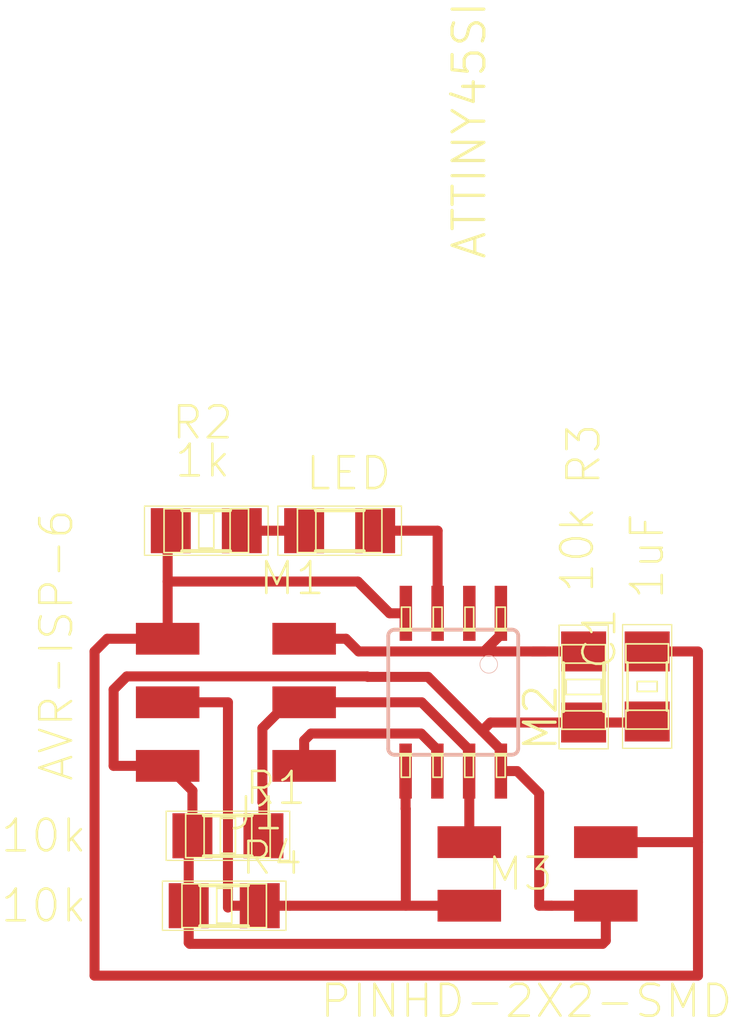
<source format=kicad_pcb>
(kicad_pcb (version 20171130) (host pcbnew 5.0.1)

  (general
    (thickness 1.6)
    (drawings 0)
    (tracks 81)
    (zones 0)
    (modules 9)
    (nets 10)
  )

  (page A4)
  (layers
    (0 F.Cu signal)
    (31 B.Cu signal)
    (32 B.Adhes user)
    (33 F.Adhes user)
    (34 B.Paste user)
    (35 F.Paste user)
    (36 B.SilkS user)
    (37 F.SilkS user)
    (38 B.Mask user)
    (39 F.Mask user)
    (40 Dwgs.User user)
    (41 Cmts.User user)
    (42 Eco1.User user)
    (43 Eco2.User user)
    (44 Edge.Cuts user)
    (45 Margin user)
    (46 B.CrtYd user)
    (47 F.CrtYd user)
    (48 B.Fab user)
    (49 F.Fab user)
  )

  (setup
    (last_trace_width 0.4)
    (trace_clearance 0.2)
    (zone_clearance 0.508)
    (zone_45_only no)
    (trace_min 0.2)
    (segment_width 0.2)
    (edge_width 0.15)
    (via_size 0.8)
    (via_drill 0.4)
    (via_min_size 0.4)
    (via_min_drill 0.3)
    (uvia_size 0.3)
    (uvia_drill 0.1)
    (uvias_allowed no)
    (uvia_min_size 0.2)
    (uvia_min_drill 0.1)
    (pcb_text_width 0.3)
    (pcb_text_size 1.5 1.5)
    (mod_edge_width 0.15)
    (mod_text_size 1 1)
    (mod_text_width 0.15)
    (pad_size 1.524 1.524)
    (pad_drill 0.762)
    (pad_to_mask_clearance 0.051)
    (solder_mask_min_width 0.25)
    (aux_axis_origin 0 0)
    (visible_elements FFFFFF7F)
    (pcbplotparams
      (layerselection 0x010fc_ffffffff)
      (usegerberextensions false)
      (usegerberattributes false)
      (usegerberadvancedattributes false)
      (creategerberjobfile false)
      (excludeedgelayer true)
      (linewidth 0.100000)
      (plotframeref false)
      (viasonmask false)
      (mode 1)
      (useauxorigin false)
      (hpglpennumber 1)
      (hpglpenspeed 20)
      (hpglpendiameter 15.000000)
      (psnegative false)
      (psa4output false)
      (plotreference true)
      (plotvalue true)
      (plotinvisibletext false)
      (padsonsilk false)
      (subtractmaskfromsilk false)
      (outputformat 1)
      (mirror false)
      (drillshape 1)
      (scaleselection 1)
      (outputdirectory ""))
  )

  (net 0 "")
  (net 1 +5V)
  (net 2 Earth)
  (net 3 /RESET)
  (net 4 /MOSI)
  (net 5 /MISO)
  (net 6 /SCK)
  (net 7 "Net-(M1-Pad2)")
  (net 8 "Net-(M2-Pad2)")
  (net 9 /LED)

  (net_class Default "This is the default net class."
    (clearance 0.2)
    (trace_width 0.4)
    (via_dia 0.8)
    (via_drill 0.4)
    (uvia_dia 0.3)
    (uvia_drill 0.1)
    (add_net +5V)
    (add_net /LED)
    (add_net /MISO)
    (add_net /MOSI)
    (add_net /RESET)
    (add_net /SCK)
    (add_net Earth)
    (add_net "Net-(M1-Pad2)")
    (add_net "Net-(M2-Pad2)")
  )

  (module fab:fab-C1206 (layer F.Cu) (tedit 200000) (tstamp 5C0A1365)
    (at 259.08 139.06754 90)
    (descr CAPACITOR)
    (tags CAPACITOR)
    (path /5BFE9E63)
    (attr smd)
    (fp_text reference C1 (at 1.905 -1.905 90) (layer F.SilkS)
      (effects (font (size 1.27 1.27) (thickness 0.1016)))
    )
    (fp_text value 1uF (at 5.20954 0 90) (layer F.SilkS)
      (effects (font (size 1.27 1.27) (thickness 0.1016)))
    )
    (fp_line (start -1.7018 0.8509) (end -0.94996 0.8509) (layer F.SilkS) (width 0.06604))
    (fp_line (start -0.94996 0.8509) (end -0.94996 -0.84836) (layer F.SilkS) (width 0.06604))
    (fp_line (start -1.7018 -0.84836) (end -0.94996 -0.84836) (layer F.SilkS) (width 0.06604))
    (fp_line (start -1.7018 0.8509) (end -1.7018 -0.84836) (layer F.SilkS) (width 0.06604))
    (fp_line (start 0.94996 0.84836) (end 1.7018 0.84836) (layer F.SilkS) (width 0.06604))
    (fp_line (start 1.7018 0.84836) (end 1.7018 -0.8509) (layer F.SilkS) (width 0.06604))
    (fp_line (start 0.94996 -0.8509) (end 1.7018 -0.8509) (layer F.SilkS) (width 0.06604))
    (fp_line (start 0.94996 0.84836) (end 0.94996 -0.8509) (layer F.SilkS) (width 0.06604))
    (fp_line (start -0.19812 0.39878) (end 0.19812 0.39878) (layer F.SilkS) (width 0.06604))
    (fp_line (start 0.19812 0.39878) (end 0.19812 -0.39878) (layer F.SilkS) (width 0.06604))
    (fp_line (start -0.19812 -0.39878) (end 0.19812 -0.39878) (layer F.SilkS) (width 0.06604))
    (fp_line (start -0.19812 0.39878) (end -0.19812 -0.39878) (layer F.SilkS) (width 0.06604))
    (fp_line (start -2.47142 -0.98298) (end 2.47142 -0.98298) (layer F.SilkS) (width 0.0508))
    (fp_line (start 2.47142 0.98298) (end -2.47142 0.98298) (layer F.SilkS) (width 0.0508))
    (fp_line (start -2.47142 0.98298) (end -2.47142 -0.98298) (layer F.SilkS) (width 0.0508))
    (fp_line (start 2.47142 -0.98298) (end 2.47142 0.98298) (layer F.SilkS) (width 0.0508))
    (fp_line (start -0.96266 -0.78486) (end 0.96266 -0.78486) (layer F.SilkS) (width 0.1016))
    (fp_line (start -0.96266 0.78486) (end 0.96266 0.78486) (layer F.SilkS) (width 0.1016))
    (pad 1 smd rect (at -1.39954 0 90) (size 1.59766 1.79832) (layers F.Cu F.Paste F.Mask)
      (net 1 +5V))
    (pad 2 smd rect (at 1.39954 0 90) (size 1.59766 1.79832) (layers F.Cu F.Paste F.Mask)
      (net 2 Earth))
  )

  (module fab:fab-2X03SMD (layer F.Cu) (tedit 200000) (tstamp 5C0A136F)
    (at 242.824 139.7 180)
    (path /5BFD0A02)
    (attr smd)
    (fp_text reference J1 (at -0.635 -4.445 180) (layer F.SilkS)
      (effects (font (size 1.27 1.27) (thickness 0.1016)))
    )
    (fp_text value AVR-ISP-6 (at 7.366 2.286 270) (layer F.SilkS)
      (effects (font (size 1.27 1.27) (thickness 0.1016)))
    )
    (pad 1 smd rect (at -2.54 -2.54 180) (size 2.54 1.27) (layers F.Cu F.Paste F.Mask)
      (net 5 /MISO))
    (pad 2 smd rect (at 2.91846 -2.54 180) (size 2.54 1.27) (layers F.Cu F.Paste F.Mask)
      (net 1 +5V))
    (pad 3 smd rect (at -2.54 0 180) (size 2.54 1.27) (layers F.Cu F.Paste F.Mask)
      (net 6 /SCK))
    (pad 4 smd rect (at 2.91846 0 180) (size 2.54 1.27) (layers F.Cu F.Paste F.Mask)
      (net 4 /MOSI))
    (pad 5 smd rect (at -2.54 2.54 180) (size 2.54 1.27) (layers F.Cu F.Paste F.Mask)
      (net 3 /RESET))
    (pad 6 smd rect (at 2.91846 2.54 180) (size 2.54 1.27) (layers F.Cu F.Paste F.Mask)
      (net 2 Earth))
  )

  (module fab:fab-LED1206 (layer F.Cu) (tedit 200000) (tstamp 5C0A1383)
    (at 246.78386 132.842 180)
    (descr "LED 1206 PADS (STANDARD PATTERN)")
    (tags "LED 1206 PADS (STANDARD PATTERN)")
    (path /5BFCBDA2)
    (attr smd)
    (fp_text reference M1 (at 1.905 -1.905 180) (layer F.SilkS)
      (effects (font (size 1.27 1.27) (thickness 0.1016)))
    )
    (fp_text value LED (at -0.35814 2.286 180) (layer F.SilkS)
      (effects (font (size 1.27 1.27) (thickness 0.1016)))
    )
    (fp_line (start -1.6891 0.8763) (end -0.9525 0.8763) (layer F.SilkS) (width 0.06604))
    (fp_line (start -0.9525 0.8763) (end -0.9525 -0.8763) (layer F.SilkS) (width 0.06604))
    (fp_line (start -1.6891 -0.8763) (end -0.9525 -0.8763) (layer F.SilkS) (width 0.06604))
    (fp_line (start -1.6891 0.8763) (end -1.6891 -0.8763) (layer F.SilkS) (width 0.06604))
    (fp_line (start 0.9525 0.8763) (end 1.6891 0.8763) (layer F.SilkS) (width 0.06604))
    (fp_line (start 1.6891 0.8763) (end 1.6891 -0.8763) (layer F.SilkS) (width 0.06604))
    (fp_line (start 0.9525 -0.8763) (end 1.6891 -0.8763) (layer F.SilkS) (width 0.06604))
    (fp_line (start 0.9525 0.8763) (end 0.9525 -0.8763) (layer F.SilkS) (width 0.06604))
    (fp_line (start 0.9525 0.8128) (end -0.9652 0.8128) (layer F.SilkS) (width 0.1524))
    (fp_line (start 0.9525 -0.8128) (end -0.9652 -0.8128) (layer F.SilkS) (width 0.1524))
    (fp_line (start -2.47142 -0.98298) (end 2.47142 -0.98298) (layer F.SilkS) (width 0.0508))
    (fp_line (start 2.47142 -0.98298) (end 2.47142 0.98298) (layer F.SilkS) (width 0.0508))
    (fp_line (start 2.47142 0.98298) (end -2.47142 0.98298) (layer F.SilkS) (width 0.0508))
    (fp_line (start -2.47142 0.98298) (end -2.47142 -0.98298) (layer F.SilkS) (width 0.0508))
    (pad 1 smd rect (at -1.41986 0 180) (size 1.59766 1.80086) (layers F.Cu F.Paste F.Mask)
      (net 9 /LED))
    (pad 2 smd rect (at 1.41986 0 180) (size 1.59766 1.80086) (layers F.Cu F.Paste F.Mask)
      (net 7 "Net-(M1-Pad2)"))
  )

  (module fab:fab-SOIC8 (layer F.Cu) (tedit 200000) (tstamp 5C0A13C2)
    (at 251.32538 139.29614 180)
    (descr "WIDE PLASTIC GULL WING SMALL OUTLINE PACKAGE")
    (tags "WIDE PLASTIC GULL WING SMALL OUTLINE PACKAGE")
    (path /5BFDB380)
    (attr smd)
    (fp_text reference M2 (at -3.4925 -1.016 270) (layer F.SilkS)
      (effects (font (size 1.27 1.27) (thickness 0.127)))
    )
    (fp_text value ATTINY45SI (at -0.64262 22.45614 270) (layer F.SilkS)
      (effects (font (size 1.27 1.27) (thickness 0.127)))
    )
    (fp_line (start -2.07772 -2.49936) (end -1.72974 -2.49936) (layer F.SilkS) (width 0.06604))
    (fp_line (start -1.72974 -2.49936) (end -1.72974 -3.39852) (layer F.SilkS) (width 0.06604))
    (fp_line (start -2.07772 -3.39852) (end -1.72974 -3.39852) (layer F.SilkS) (width 0.06604))
    (fp_line (start -2.07772 -2.49936) (end -2.07772 -3.39852) (layer F.SilkS) (width 0.06604))
    (fp_line (start -0.80772 -2.49936) (end -0.45974 -2.49936) (layer F.SilkS) (width 0.06604))
    (fp_line (start -0.45974 -2.49936) (end -0.45974 -3.39852) (layer F.SilkS) (width 0.06604))
    (fp_line (start -0.80772 -3.39852) (end -0.45974 -3.39852) (layer F.SilkS) (width 0.06604))
    (fp_line (start -0.80772 -2.49936) (end -0.80772 -3.39852) (layer F.SilkS) (width 0.06604))
    (fp_line (start 0.45974 -2.49936) (end 0.80772 -2.49936) (layer F.SilkS) (width 0.06604))
    (fp_line (start 0.80772 -2.49936) (end 0.80772 -3.39852) (layer F.SilkS) (width 0.06604))
    (fp_line (start 0.45974 -3.39852) (end 0.80772 -3.39852) (layer F.SilkS) (width 0.06604))
    (fp_line (start 0.45974 -2.49936) (end 0.45974 -3.39852) (layer F.SilkS) (width 0.06604))
    (fp_line (start 1.72974 -2.49936) (end 2.07772 -2.49936) (layer F.SilkS) (width 0.06604))
    (fp_line (start 2.07772 -2.49936) (end 2.07772 -3.39852) (layer F.SilkS) (width 0.06604))
    (fp_line (start 1.72974 -3.39852) (end 2.07772 -3.39852) (layer F.SilkS) (width 0.06604))
    (fp_line (start 1.72974 -2.49936) (end 1.72974 -3.39852) (layer F.SilkS) (width 0.06604))
    (fp_line (start 1.71958 3.39852) (end 2.06756 3.39852) (layer F.SilkS) (width 0.06604))
    (fp_line (start 2.06756 3.39852) (end 2.06756 2.49936) (layer F.SilkS) (width 0.06604))
    (fp_line (start 1.71958 2.49936) (end 2.06756 2.49936) (layer F.SilkS) (width 0.06604))
    (fp_line (start 1.71958 3.39852) (end 1.71958 2.49936) (layer F.SilkS) (width 0.06604))
    (fp_line (start 0.44958 3.39852) (end 0.79756 3.39852) (layer F.SilkS) (width 0.06604))
    (fp_line (start 0.79756 3.39852) (end 0.79756 2.49936) (layer F.SilkS) (width 0.06604))
    (fp_line (start 0.44958 2.49936) (end 0.79756 2.49936) (layer F.SilkS) (width 0.06604))
    (fp_line (start 0.44958 3.39852) (end 0.44958 2.49936) (layer F.SilkS) (width 0.06604))
    (fp_line (start -0.81788 3.39852) (end -0.4699 3.39852) (layer F.SilkS) (width 0.06604))
    (fp_line (start -0.4699 3.39852) (end -0.4699 2.49936) (layer F.SilkS) (width 0.06604))
    (fp_line (start -0.81788 2.49936) (end -0.4699 2.49936) (layer F.SilkS) (width 0.06604))
    (fp_line (start -0.81788 3.39852) (end -0.81788 2.49936) (layer F.SilkS) (width 0.06604))
    (fp_line (start -2.07772 3.39852) (end -1.72974 3.39852) (layer F.SilkS) (width 0.06604))
    (fp_line (start -1.72974 3.39852) (end -1.72974 2.49936) (layer F.SilkS) (width 0.06604))
    (fp_line (start -2.07772 2.49936) (end -1.72974 2.49936) (layer F.SilkS) (width 0.06604))
    (fp_line (start -2.07772 3.39852) (end -2.07772 2.49936) (layer F.SilkS) (width 0.06604))
    (fp_line (start 2.35966 2.49936) (end -2.33934 2.49936) (layer F.SilkS) (width 0.1524))
    (fp_line (start -2.33934 -2.49936) (end 2.35966 -2.49936) (layer F.SilkS) (width 0.1524))
    (fp_line (start -2.2098 -2.49936) (end -2.33934 -2.49936) (layer B.SilkS) (width 0.1524))
    (fp_line (start -1.5875 -2.49936) (end -0.94996 -2.49936) (layer B.SilkS) (width 0.1524))
    (fp_line (start -0.3175 -2.49936) (end 0.3175 -2.49936) (layer B.SilkS) (width 0.1524))
    (fp_line (start 0.94996 -2.49936) (end 1.5875 -2.49936) (layer B.SilkS) (width 0.1524))
    (fp_line (start 2.2098 -2.49936) (end 2.35966 -2.49936) (layer B.SilkS) (width 0.1524))
    (fp_line (start 2.19964 2.49936) (end 2.32918 2.49936) (layer B.SilkS) (width 0.1524))
    (fp_line (start 1.5875 2.49936) (end 0.9398 2.49936) (layer B.SilkS) (width 0.1524))
    (fp_line (start 0.3175 2.49936) (end -0.32766 2.49936) (layer B.SilkS) (width 0.1524))
    (fp_line (start -0.94996 2.49936) (end -1.5875 2.49936) (layer B.SilkS) (width 0.1524))
    (fp_line (start -2.2098 2.49936) (end -2.33934 2.49936) (layer B.SilkS) (width 0.1524))
    (fp_line (start -2.59842 -2.2479) (end -2.59842 2.23774) (layer B.SilkS) (width 0.1524))
    (fp_line (start 2.59842 2.2479) (end 2.59842 -2.2479) (layer B.SilkS) (width 0.1524))
    (fp_circle (center -1.41986 1.11252) (end -1.66878 1.36144) (layer B.SilkS) (width 0.0254))
    (fp_arc (start -2.3495 -2.2479) (end -2.59842 -2.2479) (angle 90) (layer B.SilkS) (width 0.1524))
    (fp_arc (start 2.3495 -2.2479) (end 2.3495 -2.49936) (angle 90) (layer B.SilkS) (width 0.1524))
    (fp_arc (start 2.3495 2.2479) (end 2.59842 2.2479) (angle 90) (layer B.SilkS) (width 0.1524))
    (fp_arc (start -2.3495 2.2479) (end -2.3495 2.49936) (angle 90) (layer B.SilkS) (width 0.1524))
    (pad 1 smd rect (at -1.905 3.15214 180) (size 0.49784 2.19964) (layers F.Cu F.Paste F.Mask)
      (net 3 /RESET))
    (pad 2 smd rect (at -0.64262 3.15214 180) (size 0.49784 2.19964) (layers F.Cu F.Paste F.Mask)
      (net 8 "Net-(M2-Pad2)"))
    (pad 3 smd rect (at 0.62484 3.15214 180) (size 0.49784 2.19964) (layers F.Cu F.Paste F.Mask)
      (net 9 /LED))
    (pad 4 smd rect (at 1.89484 3.15214 180) (size 0.49784 2.19964) (layers F.Cu F.Paste F.Mask)
      (net 2 Earth))
    (pad 5 smd rect (at 1.905 -3.15214 180) (size 0.49784 2.19964) (layers F.Cu F.Paste F.Mask)
      (net 4 /MOSI))
    (pad 6 smd rect (at 0.635 -3.15214 180) (size 0.49784 2.19964) (layers F.Cu F.Paste F.Mask)
      (net 5 /MISO))
    (pad 7 smd rect (at -0.635 -3.15214 180) (size 0.49784 2.19964) (layers F.Cu F.Paste F.Mask)
      (net 6 /SCK))
    (pad 8 smd rect (at -1.905 -3.15214 180) (size 0.49784 2.19964) (layers F.Cu F.Paste F.Mask)
      (net 1 +5V))
  )

  (module fab:fab-2X02SMD (layer F.Cu) (tedit 200000) (tstamp 5C0A13CA)
    (at 254.508 146.558)
    (path /5BFE07FF)
    (attr smd)
    (fp_text reference M3 (at -0.508 0) (layer F.SilkS)
      (effects (font (size 1.27 1.27) (thickness 0.1016)))
    )
    (fp_text value PINHD-2X2-SMD (at -0.254 5.08) (layer F.SilkS)
      (effects (font (size 1.27 1.27) (thickness 0.1016)))
    )
    (pad 1 smd rect (at -2.54 -1.27) (size 2.54 1.27) (layers F.Cu F.Paste F.Mask)
      (net 6 /SCK))
    (pad 2 smd rect (at 2.91846 -1.27) (size 2.54 1.27) (layers F.Cu F.Paste F.Mask)
      (net 2 Earth))
    (pad 3 smd rect (at -2.54 1.27) (size 2.54 1.27) (layers F.Cu F.Paste F.Mask)
      (net 4 /MOSI))
    (pad 4 smd rect (at 2.91846 1.27) (size 2.54 1.27) (layers F.Cu F.Paste F.Mask)
      (net 1 +5V))
  )

  (module fab:fab-R1206 (layer F.Cu) (tedit 200000) (tstamp 5C0A13E2)
    (at 242.316 145.034)
    (descr RESISTOR)
    (tags RESISTOR)
    (path /5BFEB050)
    (attr smd)
    (fp_text reference R1 (at 1.905 -1.905) (layer F.SilkS)
      (effects (font (size 1.27 1.27) (thickness 0.1016)))
    )
    (fp_text value 10k (at -7.366 0) (layer F.SilkS)
      (effects (font (size 1.27 1.27) (thickness 0.1016)))
    )
    (fp_line (start -1.6891 0.8763) (end -0.9525 0.8763) (layer F.SilkS) (width 0.06604))
    (fp_line (start -0.9525 0.8763) (end -0.9525 -0.8763) (layer F.SilkS) (width 0.06604))
    (fp_line (start -1.6891 -0.8763) (end -0.9525 -0.8763) (layer F.SilkS) (width 0.06604))
    (fp_line (start -1.6891 0.8763) (end -1.6891 -0.8763) (layer F.SilkS) (width 0.06604))
    (fp_line (start 0.9525 0.8763) (end 1.6891 0.8763) (layer F.SilkS) (width 0.06604))
    (fp_line (start 1.6891 0.8763) (end 1.6891 -0.8763) (layer F.SilkS) (width 0.06604))
    (fp_line (start 0.9525 -0.8763) (end 1.6891 -0.8763) (layer F.SilkS) (width 0.06604))
    (fp_line (start 0.9525 0.8763) (end 0.9525 -0.8763) (layer F.SilkS) (width 0.06604))
    (fp_line (start -0.29972 0.6985) (end 0.29972 0.6985) (layer F.SilkS) (width 0.06604))
    (fp_line (start 0.29972 0.6985) (end 0.29972 -0.6985) (layer F.SilkS) (width 0.06604))
    (fp_line (start -0.29972 -0.6985) (end 0.29972 -0.6985) (layer F.SilkS) (width 0.06604))
    (fp_line (start -0.29972 0.6985) (end -0.29972 -0.6985) (layer F.SilkS) (width 0.06604))
    (fp_line (start 0.9525 0.8128) (end -0.9652 0.8128) (layer F.SilkS) (width 0.1524))
    (fp_line (start 0.9525 -0.8128) (end -0.9652 -0.8128) (layer F.SilkS) (width 0.1524))
    (fp_line (start -2.47142 -0.98298) (end 2.47142 -0.98298) (layer F.SilkS) (width 0.0508))
    (fp_line (start 2.47142 -0.98298) (end 2.47142 0.98298) (layer F.SilkS) (width 0.0508))
    (fp_line (start 2.47142 0.98298) (end -2.47142 0.98298) (layer F.SilkS) (width 0.0508))
    (fp_line (start -2.47142 0.98298) (end -2.47142 -0.98298) (layer F.SilkS) (width 0.0508))
    (pad 1 smd rect (at -1.41986 0) (size 1.59766 1.80086) (layers F.Cu F.Paste F.Mask)
      (net 1 +5V))
    (pad 2 smd rect (at 1.41986 0) (size 1.59766 1.80086) (layers F.Cu F.Paste F.Mask)
      (net 6 /SCK))
  )

  (module fab:fab-R1206 (layer F.Cu) (tedit 200000) (tstamp 5C0A13FA)
    (at 241.44986 132.842)
    (descr RESISTOR)
    (tags RESISTOR)
    (path /5BFCDD72)
    (attr smd)
    (fp_text reference R2 (at -0.14986 -4.318) (layer F.SilkS)
      (effects (font (size 1.27 1.27) (thickness 0.1016)))
    )
    (fp_text value 1k (at -0.14986 -2.794) (layer F.SilkS)
      (effects (font (size 1.27 1.27) (thickness 0.1016)))
    )
    (fp_line (start -2.47142 0.98298) (end -2.47142 -0.98298) (layer F.SilkS) (width 0.0508))
    (fp_line (start 2.47142 0.98298) (end -2.47142 0.98298) (layer F.SilkS) (width 0.0508))
    (fp_line (start 2.47142 -0.98298) (end 2.47142 0.98298) (layer F.SilkS) (width 0.0508))
    (fp_line (start -2.47142 -0.98298) (end 2.47142 -0.98298) (layer F.SilkS) (width 0.0508))
    (fp_line (start 0.9525 -0.8128) (end -0.9652 -0.8128) (layer F.SilkS) (width 0.1524))
    (fp_line (start 0.9525 0.8128) (end -0.9652 0.8128) (layer F.SilkS) (width 0.1524))
    (fp_line (start -0.29972 0.6985) (end -0.29972 -0.6985) (layer F.SilkS) (width 0.06604))
    (fp_line (start -0.29972 -0.6985) (end 0.29972 -0.6985) (layer F.SilkS) (width 0.06604))
    (fp_line (start 0.29972 0.6985) (end 0.29972 -0.6985) (layer F.SilkS) (width 0.06604))
    (fp_line (start -0.29972 0.6985) (end 0.29972 0.6985) (layer F.SilkS) (width 0.06604))
    (fp_line (start 0.9525 0.8763) (end 0.9525 -0.8763) (layer F.SilkS) (width 0.06604))
    (fp_line (start 0.9525 -0.8763) (end 1.6891 -0.8763) (layer F.SilkS) (width 0.06604))
    (fp_line (start 1.6891 0.8763) (end 1.6891 -0.8763) (layer F.SilkS) (width 0.06604))
    (fp_line (start 0.9525 0.8763) (end 1.6891 0.8763) (layer F.SilkS) (width 0.06604))
    (fp_line (start -1.6891 0.8763) (end -1.6891 -0.8763) (layer F.SilkS) (width 0.06604))
    (fp_line (start -1.6891 -0.8763) (end -0.9525 -0.8763) (layer F.SilkS) (width 0.06604))
    (fp_line (start -0.9525 0.8763) (end -0.9525 -0.8763) (layer F.SilkS) (width 0.06604))
    (fp_line (start -1.6891 0.8763) (end -0.9525 0.8763) (layer F.SilkS) (width 0.06604))
    (pad 2 smd rect (at 1.41986 0) (size 1.59766 1.80086) (layers F.Cu F.Paste F.Mask)
      (net 7 "Net-(M1-Pad2)"))
    (pad 1 smd rect (at -1.41986 0) (size 1.59766 1.80086) (layers F.Cu F.Paste F.Mask)
      (net 2 Earth))
  )

  (module fab:fab-R1206 (layer F.Cu) (tedit 200000) (tstamp 5C0A1412)
    (at 256.54 139.08786 90)
    (descr RESISTOR)
    (tags RESISTOR)
    (path /5BFCDB65)
    (attr smd)
    (fp_text reference R3 (at 9.29386 0 90) (layer F.SilkS)
      (effects (font (size 1.27 1.27) (thickness 0.1016)))
    )
    (fp_text value 10k (at 5.48386 -0.254 90) (layer F.SilkS)
      (effects (font (size 1.27 1.27) (thickness 0.1016)))
    )
    (fp_line (start -1.6891 0.8763) (end -0.9525 0.8763) (layer F.SilkS) (width 0.06604))
    (fp_line (start -0.9525 0.8763) (end -0.9525 -0.8763) (layer F.SilkS) (width 0.06604))
    (fp_line (start -1.6891 -0.8763) (end -0.9525 -0.8763) (layer F.SilkS) (width 0.06604))
    (fp_line (start -1.6891 0.8763) (end -1.6891 -0.8763) (layer F.SilkS) (width 0.06604))
    (fp_line (start 0.9525 0.8763) (end 1.6891 0.8763) (layer F.SilkS) (width 0.06604))
    (fp_line (start 1.6891 0.8763) (end 1.6891 -0.8763) (layer F.SilkS) (width 0.06604))
    (fp_line (start 0.9525 -0.8763) (end 1.6891 -0.8763) (layer F.SilkS) (width 0.06604))
    (fp_line (start 0.9525 0.8763) (end 0.9525 -0.8763) (layer F.SilkS) (width 0.06604))
    (fp_line (start -0.29972 0.6985) (end 0.29972 0.6985) (layer F.SilkS) (width 0.06604))
    (fp_line (start 0.29972 0.6985) (end 0.29972 -0.6985) (layer F.SilkS) (width 0.06604))
    (fp_line (start -0.29972 -0.6985) (end 0.29972 -0.6985) (layer F.SilkS) (width 0.06604))
    (fp_line (start -0.29972 0.6985) (end -0.29972 -0.6985) (layer F.SilkS) (width 0.06604))
    (fp_line (start 0.9525 0.8128) (end -0.9652 0.8128) (layer F.SilkS) (width 0.1524))
    (fp_line (start 0.9525 -0.8128) (end -0.9652 -0.8128) (layer F.SilkS) (width 0.1524))
    (fp_line (start -2.47142 -0.98298) (end 2.47142 -0.98298) (layer F.SilkS) (width 0.0508))
    (fp_line (start 2.47142 -0.98298) (end 2.47142 0.98298) (layer F.SilkS) (width 0.0508))
    (fp_line (start 2.47142 0.98298) (end -2.47142 0.98298) (layer F.SilkS) (width 0.0508))
    (fp_line (start -2.47142 0.98298) (end -2.47142 -0.98298) (layer F.SilkS) (width 0.0508))
    (pad 1 smd rect (at -1.41986 0 90) (size 1.59766 1.80086) (layers F.Cu F.Paste F.Mask)
      (net 1 +5V))
    (pad 2 smd rect (at 1.41986 0 90) (size 1.59766 1.80086) (layers F.Cu F.Paste F.Mask)
      (net 3 /RESET))
  )

  (module fab:fab-R1206 (layer F.Cu) (tedit 200000) (tstamp 5C0A142A)
    (at 242.16614 147.828)
    (descr RESISTOR)
    (tags RESISTOR)
    (path /5BFEDA53)
    (attr smd)
    (fp_text reference R4 (at 1.905 -1.905) (layer F.SilkS)
      (effects (font (size 1.27 1.27) (thickness 0.1016)))
    )
    (fp_text value 10k (at -7.21614 0) (layer F.SilkS)
      (effects (font (size 1.27 1.27) (thickness 0.1016)))
    )
    (fp_line (start -2.47142 0.98298) (end -2.47142 -0.98298) (layer F.SilkS) (width 0.0508))
    (fp_line (start 2.47142 0.98298) (end -2.47142 0.98298) (layer F.SilkS) (width 0.0508))
    (fp_line (start 2.47142 -0.98298) (end 2.47142 0.98298) (layer F.SilkS) (width 0.0508))
    (fp_line (start -2.47142 -0.98298) (end 2.47142 -0.98298) (layer F.SilkS) (width 0.0508))
    (fp_line (start 0.9525 -0.8128) (end -0.9652 -0.8128) (layer F.SilkS) (width 0.1524))
    (fp_line (start 0.9525 0.8128) (end -0.9652 0.8128) (layer F.SilkS) (width 0.1524))
    (fp_line (start -0.29972 0.6985) (end -0.29972 -0.6985) (layer F.SilkS) (width 0.06604))
    (fp_line (start -0.29972 -0.6985) (end 0.29972 -0.6985) (layer F.SilkS) (width 0.06604))
    (fp_line (start 0.29972 0.6985) (end 0.29972 -0.6985) (layer F.SilkS) (width 0.06604))
    (fp_line (start -0.29972 0.6985) (end 0.29972 0.6985) (layer F.SilkS) (width 0.06604))
    (fp_line (start 0.9525 0.8763) (end 0.9525 -0.8763) (layer F.SilkS) (width 0.06604))
    (fp_line (start 0.9525 -0.8763) (end 1.6891 -0.8763) (layer F.SilkS) (width 0.06604))
    (fp_line (start 1.6891 0.8763) (end 1.6891 -0.8763) (layer F.SilkS) (width 0.06604))
    (fp_line (start 0.9525 0.8763) (end 1.6891 0.8763) (layer F.SilkS) (width 0.06604))
    (fp_line (start -1.6891 0.8763) (end -1.6891 -0.8763) (layer F.SilkS) (width 0.06604))
    (fp_line (start -1.6891 -0.8763) (end -0.9525 -0.8763) (layer F.SilkS) (width 0.06604))
    (fp_line (start -0.9525 0.8763) (end -0.9525 -0.8763) (layer F.SilkS) (width 0.06604))
    (fp_line (start -1.6891 0.8763) (end -0.9525 0.8763) (layer F.SilkS) (width 0.06604))
    (pad 2 smd rect (at 1.41986 0) (size 1.59766 1.80086) (layers F.Cu F.Paste F.Mask)
      (net 4 /MOSI))
    (pad 1 smd rect (at -1.41986 0) (size 1.59766 1.80086) (layers F.Cu F.Paste F.Mask)
      (net 1 +5V))
  )

  (segment (start 253.23038 141.59738) (end 253.23038 142.44828) (width 0.4) (layer F.Cu) (net 1))
  (segment (start 252.81128 140.50772) (end 256.54 140.50772) (width 0.4) (layer F.Cu) (net 1))
  (segment (start 252.476 140.843) (end 252.81128 140.50772) (width 0.4) (layer F.Cu) (net 1))
  (segment (start 252.476 140.843) (end 253.23038 141.59738) (width 0.4) (layer F.Cu) (net 1))
  (segment (start 259.03936 140.50772) (end 259.08 140.46708) (width 0.4) (layer F.Cu) (net 1))
  (segment (start 256.54 140.50772) (end 259.03936 140.50772) (width 0.4) (layer F.Cu) (net 1))
  (segment (start 239.90554 142.24) (end 237.744 142.24) (width 0.4) (layer F.Cu) (net 1))
  (segment (start 237.744 142.24) (end 237.744 139.192) (width 0.4) (layer F.Cu) (net 1))
  (segment (start 250.317 138.684) (end 252.476 140.843) (width 0.4) (layer F.Cu) (net 1))
  (segment (start 238.271001 138.664999) (end 247.884999 138.664999) (width 0.4) (layer F.Cu) (net 1))
  (segment (start 247.884999 138.664999) (end 247.904 138.684) (width 0.4) (layer F.Cu) (net 1))
  (segment (start 237.744 139.192) (end 238.271001 138.664999) (width 0.4) (layer F.Cu) (net 1))
  (segment (start 247.904 138.684) (end 250.317 138.684) (width 0.4) (layer F.Cu) (net 1))
  (segment (start 240.74628 145.18386) (end 240.89614 145.034) (width 0.4) (layer F.Cu) (net 1))
  (segment (start 240.74628 147.828) (end 240.74628 145.18386) (width 0.4) (layer F.Cu) (net 1))
  (segment (start 240.89614 143.2306) (end 239.90554 142.24) (width 0.4) (layer F.Cu) (net 1))
  (segment (start 240.89614 145.034) (end 240.89614 143.2306) (width 0.4) (layer F.Cu) (net 1))
  (segment (start 253.8793 142.44828) (end 254.762 143.33098) (width 0.4) (layer F.Cu) (net 1))
  (segment (start 253.23038 142.44828) (end 253.8793 142.44828) (width 0.4) (layer F.Cu) (net 1))
  (segment (start 254.762 143.33098) (end 254.762 147.828) (width 0.4) (layer F.Cu) (net 1))
  (segment (start 254.762 147.828) (end 255.27 147.828) (width 0.4) (layer F.Cu) (net 1))
  (segment (start 255.016 147.828) (end 255.27 147.828) (width 0.4) (layer F.Cu) (net 1))
  (segment (start 255.27 147.828) (end 257.42646 147.828) (width 0.4) (layer F.Cu) (net 1))
  (segment (start 257.42646 149.22246) (end 257.42646 147.828) (width 0.4) (layer F.Cu) (net 1))
  (segment (start 257.29692 149.352) (end 257.42646 149.22246) (width 0.4) (layer F.Cu) (net 1))
  (segment (start 240.74628 149.30628) (end 240.792 149.352) (width 0.4) (layer F.Cu) (net 1))
  (segment (start 240.74628 147.828) (end 240.74628 149.30628) (width 0.4) (layer F.Cu) (net 1))
  (segment (start 257.29692 149.352) (end 240.792 149.352) (width 0.4) (layer F.Cu) (net 1))
  (segment (start 259.08 137.668) (end 261.112 137.668) (width 0.4) (layer F.Cu) (net 2))
  (segment (start 261.112 145.288) (end 257.42646 145.288) (width 0.4) (layer F.Cu) (net 2))
  (segment (start 261.112 137.668) (end 261.112 145.288) (width 0.4) (layer F.Cu) (net 2))
  (segment (start 239.90554 132.96646) (end 240.03 132.842) (width 0.4) (layer F.Cu) (net 2))
  (segment (start 248.78162 136.144) (end 249.43054 136.144) (width 0.4) (layer F.Cu) (net 2))
  (segment (start 247.51162 134.874) (end 248.78162 136.144) (width 0.4) (layer F.Cu) (net 2))
  (segment (start 239.90554 134.874) (end 239.90554 132.96646) (width 0.4) (layer F.Cu) (net 2))
  (segment (start 239.90554 134.874) (end 247.51162 134.874) (width 0.4) (layer F.Cu) (net 2))
  (segment (start 239.90554 137.16) (end 239.90554 134.874) (width 0.4) (layer F.Cu) (net 2))
  (segment (start 261.112 145.288) (end 261.112 150.622) (width 0.4) (layer F.Cu) (net 2))
  (segment (start 261.112 150.622) (end 236.982 150.622) (width 0.4) (layer F.Cu) (net 2))
  (segment (start 236.982 137.668) (end 237.49 137.16) (width 0.4) (layer F.Cu) (net 2))
  (segment (start 236.982 150.622) (end 236.982 137.668) (width 0.4) (layer F.Cu) (net 2))
  (segment (start 239.90554 137.16) (end 237.49 137.16) (width 0.4) (layer F.Cu) (net 2))
  (segment (start 247.034 137.16) (end 247.542 137.668) (width 0.4) (layer F.Cu) (net 3))
  (segment (start 245.364 137.16) (end 247.034 137.16) (width 0.4) (layer F.Cu) (net 3))
  (segment (start 253.23038 136.9949) (end 253.23038 136.144) (width 0.4) (layer F.Cu) (net 3))
  (segment (start 252.55728 137.668) (end 253.23038 136.9949) (width 0.4) (layer F.Cu) (net 3))
  (segment (start 247.542 137.668) (end 252.55728 137.668) (width 0.4) (layer F.Cu) (net 3))
  (segment (start 254.508 137.668) (end 256.54 137.668) (width 0.4) (layer F.Cu) (net 3))
  (segment (start 254.508 137.668) (end 255.016 137.668) (width 0.4) (layer F.Cu) (net 3))
  (segment (start 252.55728 137.668) (end 254.508 137.668) (width 0.4) (layer F.Cu) (net 3))
  (segment (start 245.364 142.24) (end 245.364 141.224) (width 0.4) (layer F.Cu) (net 5))
  (segment (start 250.69038 141.59738) (end 250.69038 142.44828) (width 0.4) (layer F.Cu) (net 5))
  (segment (start 250.04146 140.94846) (end 250.69038 141.59738) (width 0.4) (layer F.Cu) (net 5))
  (segment (start 245.639541 140.948459) (end 250.04146 140.94846) (width 0.4) (layer F.Cu) (net 5))
  (segment (start 245.364 141.224) (end 245.639541 140.948459) (width 0.4) (layer F.Cu) (net 5))
  (segment (start 251.96038 141.59738) (end 251.96038 142.44828) (width 0.4) (layer F.Cu) (net 6))
  (segment (start 250.063 139.7) (end 251.96038 141.59738) (width 0.4) (layer F.Cu) (net 6))
  (segment (start 245.364 139.7) (end 250.063 139.7) (width 0.4) (layer F.Cu) (net 6))
  (segment (start 251.968 142.4559) (end 251.96038 142.44828) (width 0.4) (layer F.Cu) (net 6))
  (segment (start 251.968 145.288) (end 251.968 142.4559) (width 0.4) (layer F.Cu) (net 6))
  (segment (start 244.729 139.7) (end 245.364 139.7) (width 0.4) (layer F.Cu) (net 6))
  (segment (start 243.694 140.735) (end 244.729 139.7) (width 0.4) (layer F.Cu) (net 6))
  (segment (start 243.693999 143.691709) (end 243.694 140.735) (width 0.4) (layer F.Cu) (net 6))
  (segment (start 243.73586 143.73357) (end 243.693999 143.691709) (width 0.4) (layer F.Cu) (net 6))
  (segment (start 243.73586 145.034) (end 243.73586 143.73357) (width 0.4) (layer F.Cu) (net 6))
  (segment (start 242.86972 132.842) (end 242.86972 132.7404) (width 0.4) (layer F.Cu) (net 7))
  (segment (start 250.70054 136.144) (end 250.70054 132.84454) (width 0.4) (layer F.Cu) (net 9))
  (segment (start 250.698 132.842) (end 248.20372 132.842) (width 0.4) (layer F.Cu) (net 9))
  (segment (start 250.70054 132.84454) (end 250.698 132.842) (width 0.4) (layer F.Cu) (net 9))
  (segment (start 243.586 147.828) (end 244.78483 147.828) (width 0.4) (layer F.Cu) (net 4))
  (segment (start 249.428 147.828) (end 251.968 147.828) (width 0.4) (layer F.Cu) (net 4))
  (segment (start 244.78483 147.828) (end 249.428 147.828) (width 0.4) (layer F.Cu) (net 4))
  (segment (start 249.42038 142.48638) (end 249.42038 142.44828) (width 0.4) (layer F.Cu) (net 4))
  (segment (start 249.428 143.95572) (end 249.428 147.828) (width 0.4) (layer F.Cu) (net 4))
  (segment (start 249.42038 143.9481) (end 249.428 143.95572) (width 0.4) (layer F.Cu) (net 4))
  (segment (start 249.42038 142.44828) (end 249.42038 143.9481) (width 0.4) (layer F.Cu) (net 4))
  (segment (start 242.316 139.7) (end 242.316 147.89917) (width 0.4) (layer F.Cu) (net 4))
  (segment (start 239.90554 139.7) (end 242.316 139.7) (width 0.4) (layer F.Cu) (net 4))
  (segment (start 242.38717 147.828) (end 243.586 147.828) (width 0.4) (layer F.Cu) (net 4))
  (segment (start 242.316 147.89917) (end 242.38717 147.828) (width 0.4) (layer F.Cu) (net 4))
  (segment (start 242.86972 132.842) (end 245.364 132.842) (width 0.4) (layer F.Cu) (net 7))

)

</source>
